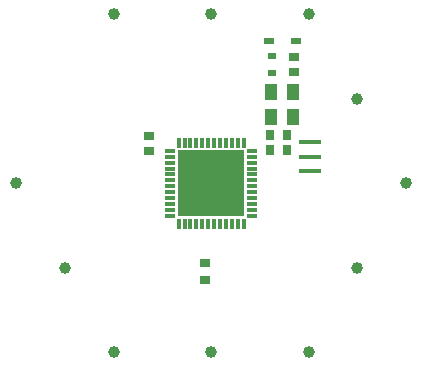
<source format=gbr>
G04*
G04 #@! TF.GenerationSoftware,Altium Limited,Altium Designer,25.8.1 (18)*
G04*
G04 Layer_Color=128*
%FSLAX44Y44*%
%MOMM*%
G71*
G04*
G04 #@! TF.SameCoordinates,1A4DDBEB-C1CA-4CE2-9A89-746601BF3F7A*
G04*
G04*
G04 #@! TF.FilePolarity,Positive*
G04*
G01*
G75*
%ADD16R,0.9500X0.8000*%
%ADD17R,0.6400X0.8900*%
G04:AMPARAMS|DCode=20|XSize=1mm|YSize=1mm|CornerRadius=0.5mm|HoleSize=0mm|Usage=FLASHONLY|Rotation=300.000|XOffset=0mm|YOffset=0mm|HoleType=Round|Shape=RoundedRectangle|*
%AMROUNDEDRECTD20*
21,1,1.0000,0.0000,0,0,300.0*
21,1,0.0000,1.0000,0,0,300.0*
1,1,1.0000,0.0000,0.0000*
1,1,1.0000,0.0000,0.0000*
1,1,1.0000,0.0000,0.0000*
1,1,1.0000,0.0000,0.0000*
%
%ADD20ROUNDEDRECTD20*%
G04:AMPARAMS|DCode=21|XSize=1mm|YSize=1mm|CornerRadius=0.5mm|HoleSize=0mm|Usage=FLASHONLY|Rotation=0.000|XOffset=0mm|YOffset=0mm|HoleType=Round|Shape=RoundedRectangle|*
%AMROUNDEDRECTD21*
21,1,1.0000,0.0000,0,0,0.0*
21,1,0.0000,1.0000,0,0,0.0*
1,1,1.0000,0.0000,0.0000*
1,1,1.0000,0.0000,0.0000*
1,1,1.0000,0.0000,0.0000*
1,1,1.0000,0.0000,0.0000*
%
%ADD21ROUNDEDRECTD21*%
G04:AMPARAMS|DCode=22|XSize=1mm|YSize=1mm|CornerRadius=0.5mm|HoleSize=0mm|Usage=FLASHONLY|Rotation=240.000|XOffset=0mm|YOffset=0mm|HoleType=Round|Shape=RoundedRectangle|*
%AMROUNDEDRECTD22*
21,1,1.0000,0.0000,0,0,240.0*
21,1,0.0000,1.0000,0,0,240.0*
1,1,1.0000,0.0000,0.0000*
1,1,1.0000,0.0000,0.0000*
1,1,1.0000,0.0000,0.0000*
1,1,1.0000,0.0000,0.0000*
%
%ADD22ROUNDEDRECTD22*%
%ADD33R,5.7000X5.7000*%
%ADD34R,0.8900X0.6400*%
%ADD35R,1.9000X0.4001*%
%ADD36R,0.9000X0.5000*%
%ADD37R,0.3000X0.8500*%
%ADD38R,0.8500X0.3000*%
%ADD39R,1.0922X1.3970*%
%ADD40R,0.8000X0.6000*%
D16*
X-52578Y40032D02*
D03*
X70358Y106834D02*
D03*
Y94334D02*
D03*
X-52578Y27532D02*
D03*
D17*
X50251Y40598D02*
D03*
X64251D02*
D03*
X50251Y27898D02*
D03*
X64251D02*
D03*
D20*
X-165199Y-0D02*
D03*
X165199D02*
D03*
X123901Y-71601D02*
D03*
D21*
X-82601Y-143101D02*
D03*
X82601Y143101D02*
D03*
X123901Y71501D02*
D03*
X-123901Y-71501D02*
D03*
D22*
X-82601Y143101D02*
D03*
X82601Y-143101D02*
D03*
X-0Y143101D02*
D03*
Y-142621D02*
D03*
D33*
Y-0D02*
D03*
D34*
X-5334Y-81564D02*
D03*
Y-67564D02*
D03*
D35*
X83953Y22617D02*
D03*
Y34616D02*
D03*
Y10618D02*
D03*
D36*
X71698Y120904D02*
D03*
X48698D02*
D03*
D37*
X-2500Y-34500D02*
D03*
X27500Y34500D02*
D03*
X-7500D02*
D03*
X-2500D02*
D03*
X17500D02*
D03*
X12500D02*
D03*
X7500D02*
D03*
X2500D02*
D03*
X-12500D02*
D03*
X-17500D02*
D03*
X-22500D02*
D03*
X-27500D02*
D03*
Y-34500D02*
D03*
X-22500D02*
D03*
X-17500D02*
D03*
X-12500D02*
D03*
X-7500D02*
D03*
X2500D02*
D03*
X7500D02*
D03*
X12500D02*
D03*
X17500D02*
D03*
X22500D02*
D03*
X27500D02*
D03*
X22500Y34500D02*
D03*
D38*
X-34500Y27500D02*
D03*
Y22500D02*
D03*
Y17500D02*
D03*
Y12500D02*
D03*
Y7500D02*
D03*
Y2500D02*
D03*
Y-2500D02*
D03*
Y-7500D02*
D03*
Y-12500D02*
D03*
Y-17500D02*
D03*
Y-22500D02*
D03*
Y-27500D02*
D03*
X34500Y-22500D02*
D03*
Y-17500D02*
D03*
Y-12500D02*
D03*
Y-7500D02*
D03*
Y17500D02*
D03*
Y22500D02*
D03*
Y27500D02*
D03*
Y-27500D02*
D03*
Y2500D02*
D03*
Y7500D02*
D03*
Y12500D02*
D03*
Y-2500D02*
D03*
D39*
X69469Y77724D02*
D03*
Y56134D02*
D03*
X50927Y77724D02*
D03*
Y56134D02*
D03*
D40*
X51308Y93584D02*
D03*
Y107584D02*
D03*
M02*

</source>
